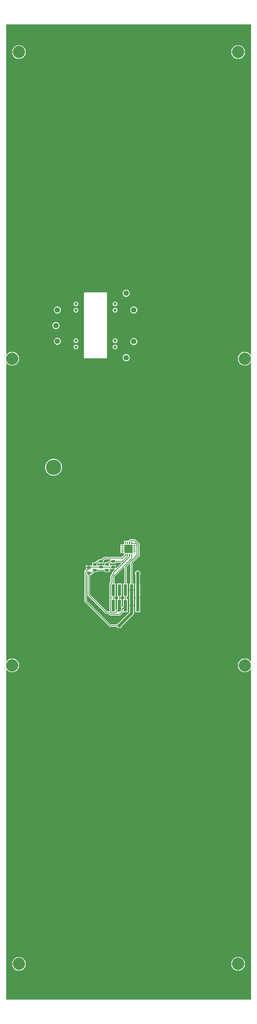
<source format=gbl>
%FSLAX44Y44*%
%MOMM*%
G71*
G01*
G75*
G04 Layer_Physical_Order=2*
G04 Layer_Color=16711680*
%ADD10R,6.0000X2.5000*%
%ADD11R,4.0000X6.9850*%
%ADD12R,2.5000X6.0000*%
%ADD13R,6.9850X4.0000*%
%ADD14C,1.0000*%
%ADD15C,0.2540*%
%ADD16C,5.0000*%
%ADD17C,1.0000*%
%ADD18C,1.8000*%
%ADD19C,4.0000*%
%ADD20C,1.2700*%
%ADD21R,1.0200X3.8000*%
%ADD22R,1.2192X0.8128*%
%ADD23R,0.3556X0.7620*%
%ADD24R,0.7620X0.3556*%
%ADD25R,2.7940X2.7940*%
%ADD26C,0.2730*%
G36*
X810000Y2113045D02*
X808804Y2112617D01*
X806015Y2116015D01*
X802583Y2118832D01*
X798667Y2120925D01*
X794419Y2122214D01*
X791270Y2122524D01*
Y2100000D01*
Y2077476D01*
X794419Y2077786D01*
X798667Y2079075D01*
X802583Y2081168D01*
X806015Y2083985D01*
X808804Y2087383D01*
X810000Y2086955D01*
Y1113045D01*
X808804Y1112617D01*
X806015Y1116015D01*
X802583Y1118832D01*
X798667Y1120925D01*
X794419Y1122214D01*
X791270Y1122524D01*
Y1100000D01*
Y1077476D01*
X794419Y1077786D01*
X798667Y1079075D01*
X802583Y1081168D01*
X806015Y1083985D01*
X808804Y1087383D01*
X810000Y1086955D01*
Y10000D01*
X10000D01*
Y1086955D01*
X11196Y1087383D01*
X13985Y1083985D01*
X17417Y1081168D01*
X21332Y1079075D01*
X25581Y1077786D01*
X28730Y1077476D01*
Y1100000D01*
Y1122524D01*
X25581Y1122214D01*
X21332Y1120925D01*
X17417Y1118832D01*
X13985Y1116015D01*
X11196Y1112617D01*
X10000Y1113045D01*
Y2086955D01*
X11196Y2087383D01*
X13985Y2083985D01*
X17417Y2081168D01*
X21332Y2079075D01*
X25581Y2077786D01*
X28730Y2077476D01*
Y2100000D01*
Y2122524D01*
X25581Y2122214D01*
X21332Y2120925D01*
X17417Y2118832D01*
X13985Y2116015D01*
X11196Y2112617D01*
X10000Y2113045D01*
Y3190000D01*
X810000D01*
Y2113045D01*
D02*
G37*
%LPC*%
G36*
X278730Y1425604D02*
X271364D01*
Y1420270D01*
X278730D01*
Y1425604D01*
D02*
G37*
G36*
X165000Y1773625D02*
X160678Y1773285D01*
X156463Y1772273D01*
X152458Y1770614D01*
X148762Y1768349D01*
X145466Y1765534D01*
X142651Y1762238D01*
X140386Y1758542D01*
X138727Y1754537D01*
X137715Y1750322D01*
X137375Y1746000D01*
X137715Y1741678D01*
X138727Y1737463D01*
X140386Y1733458D01*
X142651Y1729762D01*
X145466Y1726466D01*
X148762Y1723651D01*
X152458Y1721386D01*
X156463Y1719727D01*
X160678Y1718715D01*
X165000Y1718375D01*
X169321Y1718715D01*
X173537Y1719727D01*
X177542Y1721386D01*
X181238Y1723651D01*
X184534Y1726466D01*
X187349Y1729762D01*
X189614Y1733458D01*
X191273Y1737463D01*
X192285Y1741678D01*
X192625Y1746000D01*
X192285Y1750322D01*
X191273Y1754537D01*
X189614Y1758542D01*
X187349Y1762238D01*
X184534Y1765534D01*
X181238Y1768349D01*
X177542Y1770614D01*
X173537Y1772273D01*
X169321Y1773285D01*
X165000Y1773625D01*
D02*
G37*
G36*
X430330Y1511285D02*
X416354D01*
X414868Y1510989D01*
X413608Y1510147D01*
X410916Y1507455D01*
X410074Y1506195D01*
X410042Y1506035D01*
X395932D01*
Y1496510D01*
X393490D01*
Y1494068D01*
X383965D01*
Y1485432D01*
Y1478932D01*
Y1472432D01*
Y1465932D01*
X393490D01*
Y1463490D01*
X395932D01*
Y1461491D01*
X388326Y1453885D01*
X331000D01*
X329760Y1453638D01*
X329513Y1453589D01*
X328253Y1452747D01*
X321110Y1445604D01*
X311364D01*
Y1442885D01*
X310000D01*
X308513Y1442589D01*
X307253Y1441747D01*
X301110Y1435604D01*
X291364D01*
Y1424741D01*
X288636D01*
Y1425604D01*
X281270D01*
Y1419000D01*
X280000D01*
Y1417730D01*
X271364D01*
Y1413396D01*
X267252Y1409284D01*
X266410Y1408024D01*
X266114Y1406537D01*
Y1310001D01*
X266410Y1308514D01*
X267252Y1307254D01*
X347253Y1227253D01*
X348513Y1226411D01*
X350000Y1226115D01*
X371987D01*
X372235Y1225517D01*
X373660Y1223660D01*
X375517Y1222235D01*
X377679Y1221339D01*
X378730Y1221200D01*
Y1230000D01*
X381270D01*
Y1221200D01*
X382321Y1221339D01*
X384483Y1222235D01*
X386340Y1223660D01*
X387765Y1225517D01*
X388661Y1227679D01*
X388695Y1227940D01*
X425378Y1264622D01*
X426586Y1266198D01*
X427123Y1267494D01*
X427346Y1268032D01*
X427605Y1270000D01*
Y1273110D01*
X427640D01*
Y1293380D01*
X412360D01*
Y1273115D01*
X377940Y1238696D01*
X377679Y1238661D01*
X375517Y1237765D01*
X373660Y1236340D01*
X372235Y1234483D01*
X371987Y1233885D01*
X351609D01*
X273884Y1311610D01*
Y1394252D01*
X276115D01*
Y1330000D01*
X276411Y1328513D01*
X277253Y1327253D01*
X335364Y1269142D01*
X336624Y1268300D01*
X338111Y1268004D01*
X344211D01*
X348392Y1263823D01*
X349652Y1262981D01*
X351139Y1262685D01*
X381408D01*
X382895Y1262981D01*
X384155Y1263823D01*
X391657Y1271325D01*
X392499Y1272585D01*
X392603Y1273110D01*
X407640D01*
Y1316190D01*
X403885D01*
Y1323810D01*
X407640D01*
Y1366890D01*
X403885D01*
Y1421072D01*
X414942Y1432130D01*
X416115Y1431644D01*
Y1366890D01*
X412360D01*
Y1346620D01*
X427640D01*
Y1366890D01*
X423885D01*
Y1433754D01*
X445227Y1455096D01*
X446069Y1456356D01*
X446365Y1457843D01*
Y1495250D01*
X446069Y1496736D01*
X445227Y1497997D01*
X433077Y1510147D01*
X431816Y1510989D01*
X430330Y1511285D01*
D02*
G37*
G36*
X440000Y1408967D02*
X437679Y1408661D01*
X435517Y1407765D01*
X433660Y1406340D01*
X432235Y1404483D01*
X431339Y1402321D01*
X431033Y1400000D01*
X431339Y1397679D01*
X432235Y1395517D01*
X432395Y1395308D01*
Y1366890D01*
X432360D01*
Y1323810D01*
X432395D01*
Y1316190D01*
X432360D01*
Y1273110D01*
X447640D01*
Y1316190D01*
X447605D01*
Y1323810D01*
X447640D01*
Y1366890D01*
X447605D01*
Y1395308D01*
X447765Y1395517D01*
X448661Y1397679D01*
X448967Y1400000D01*
X448661Y1402321D01*
X447765Y1404483D01*
X446340Y1406340D01*
X444483Y1407765D01*
X442321Y1408661D01*
X440000Y1408967D01*
D02*
G37*
G36*
X427640Y1344080D02*
X412360D01*
Y1323810D01*
X412395D01*
Y1316190D01*
X412360D01*
Y1295920D01*
X427640D01*
Y1316190D01*
X427605D01*
Y1323810D01*
X427640D01*
Y1344080D01*
D02*
G37*
G36*
X337206Y2316404D02*
X267206D01*
X266215Y2316207D01*
X265375Y2315645D01*
X264813Y2314805D01*
X264616Y2313814D01*
Y2103814D01*
X264813Y2102823D01*
X265375Y2101983D01*
X266215Y2101421D01*
X267206Y2101224D01*
X337206D01*
X338197Y2101421D01*
X339037Y2101983D01*
X339599Y2102823D01*
X339796Y2103814D01*
Y2313814D01*
X339599Y2314805D01*
X339037Y2315645D01*
X338197Y2316207D01*
X337206Y2316404D01*
D02*
G37*
G36*
X31270Y2122524D02*
Y2101270D01*
X52524D01*
X52214Y2104419D01*
X50925Y2108667D01*
X48832Y2112583D01*
X46015Y2116015D01*
X42583Y2118832D01*
X38667Y2120925D01*
X34418Y2122214D01*
X31270Y2122524D01*
D02*
G37*
G36*
X402148Y2114901D02*
X399135Y2114504D01*
X396328Y2113341D01*
X393918Y2111491D01*
X392068Y2109081D01*
X390905Y2106273D01*
X390508Y2103261D01*
X390905Y2100248D01*
X392068Y2097441D01*
X393918Y2095031D01*
X396328Y2093181D01*
X399135Y2092018D01*
X402148Y2091621D01*
X405160Y2092018D01*
X407968Y2093181D01*
X410378Y2095031D01*
X412228Y2097441D01*
X413391Y2100248D01*
X413787Y2103261D01*
X413391Y2106273D01*
X412228Y2109081D01*
X410378Y2111491D01*
X407968Y2113341D01*
X405160Y2114504D01*
X402148Y2114901D01*
D02*
G37*
G36*
X52524Y2098730D02*
X31270D01*
Y2077476D01*
X34418Y2077786D01*
X38667Y2079075D01*
X42583Y2081168D01*
X46015Y2083985D01*
X48832Y2087417D01*
X50925Y2091333D01*
X52214Y2095581D01*
X52524Y2098730D01*
D02*
G37*
G36*
X788730D02*
X767476D01*
X767786Y2095581D01*
X769075Y2091333D01*
X771168Y2087417D01*
X773985Y2083985D01*
X777417Y2081168D01*
X781332Y2079075D01*
X785581Y2077786D01*
X788730Y2077476D01*
Y2098730D01*
D02*
G37*
G36*
Y1122524D02*
X785581Y1122214D01*
X781332Y1120925D01*
X777417Y1118832D01*
X773985Y1116015D01*
X771168Y1112583D01*
X769075Y1108668D01*
X767786Y1104419D01*
X767476Y1101270D01*
X788730D01*
Y1122524D01*
D02*
G37*
G36*
X790524Y125230D02*
X769270D01*
Y103976D01*
X772419Y104286D01*
X776667Y105575D01*
X780583Y107668D01*
X784015Y110485D01*
X786832Y113917D01*
X788925Y117833D01*
X790214Y122081D01*
X790524Y125230D01*
D02*
G37*
G36*
X50730Y149024D02*
X47581Y148714D01*
X43333Y147425D01*
X39417Y145332D01*
X35985Y142515D01*
X33168Y139083D01*
X31075Y135167D01*
X29786Y130919D01*
X29476Y127770D01*
X50730D01*
Y149024D01*
D02*
G37*
G36*
X766730Y125230D02*
X745476D01*
X745786Y122081D01*
X747075Y117833D01*
X749168Y113917D01*
X751985Y110485D01*
X755417Y107668D01*
X759333Y105575D01*
X763581Y104286D01*
X766730Y103976D01*
Y125230D01*
D02*
G37*
G36*
X50730D02*
X29476D01*
X29786Y122081D01*
X31075Y117833D01*
X33168Y113917D01*
X35985Y110485D01*
X39417Y107668D01*
X43333Y105575D01*
X47581Y104286D01*
X50730Y103976D01*
Y125230D01*
D02*
G37*
G36*
X74524D02*
X53270D01*
Y103976D01*
X56419Y104286D01*
X60667Y105575D01*
X64583Y107668D01*
X68015Y110485D01*
X70832Y113917D01*
X72925Y117833D01*
X74214Y122081D01*
X74524Y125230D01*
D02*
G37*
G36*
X53270Y149024D02*
Y127770D01*
X74524D01*
X74214Y130919D01*
X72925Y135167D01*
X70832Y139083D01*
X68015Y142515D01*
X64583Y145332D01*
X60667Y147425D01*
X56419Y148714D01*
X53270Y149024D01*
D02*
G37*
G36*
X788730Y1098730D02*
X767476D01*
X767786Y1095582D01*
X769075Y1091333D01*
X771168Y1087417D01*
X773985Y1083985D01*
X777417Y1081168D01*
X781332Y1079075D01*
X785581Y1077786D01*
X788730Y1077476D01*
Y1098730D01*
D02*
G37*
G36*
X31270Y1122524D02*
Y1101270D01*
X52524D01*
X52214Y1104419D01*
X50925Y1108668D01*
X48832Y1112583D01*
X46015Y1116015D01*
X42583Y1118832D01*
X38667Y1120925D01*
X34418Y1122214D01*
X31270Y1122524D01*
D02*
G37*
G36*
X52524Y1098730D02*
X31270D01*
Y1077476D01*
X34418Y1077786D01*
X38667Y1079075D01*
X42583Y1081168D01*
X46015Y1083985D01*
X48832Y1087417D01*
X50925Y1091333D01*
X52214Y1095582D01*
X52524Y1098730D01*
D02*
G37*
G36*
X766730Y149024D02*
X763581Y148714D01*
X759333Y147425D01*
X755417Y145332D01*
X751985Y142515D01*
X749168Y139083D01*
X747075Y135167D01*
X745786Y130919D01*
X745476Y127770D01*
X766730D01*
Y149024D01*
D02*
G37*
G36*
X769270D02*
Y127770D01*
X790524D01*
X790214Y130919D01*
X788925Y135167D01*
X786832Y139083D01*
X784015Y142515D01*
X780583Y145332D01*
X776667Y147425D01*
X772419Y148714D01*
X769270Y149024D01*
D02*
G37*
G36*
X788730Y2122524D02*
X785581Y2122214D01*
X781332Y2120925D01*
X777417Y2118832D01*
X773985Y2116015D01*
X771168Y2112583D01*
X769075Y2108667D01*
X767786Y2104419D01*
X767476Y2101270D01*
X788730D01*
Y2122524D01*
D02*
G37*
G36*
X366052Y2265738D02*
X364084Y2265479D01*
X362249Y2264719D01*
X360674Y2263510D01*
X359466Y2261935D01*
X358706Y2260101D01*
X358447Y2258133D01*
X358706Y2256165D01*
X359466Y2254330D01*
X360674Y2252755D01*
X362249Y2251547D01*
X364084Y2250787D01*
X366052Y2250528D01*
X368020Y2250787D01*
X369855Y2251547D01*
X371430Y2252755D01*
X372638Y2254330D01*
X373398Y2256165D01*
X373657Y2258133D01*
X373398Y2260101D01*
X372638Y2261935D01*
X371430Y2263510D01*
X369855Y2264719D01*
X368020Y2265479D01*
X366052Y2265738D01*
D02*
G37*
G36*
X238052Y2286390D02*
X236084Y2286131D01*
X234249Y2285371D01*
X232674Y2284162D01*
X231466Y2282587D01*
X230706Y2280753D01*
X230447Y2278785D01*
X230706Y2276817D01*
X231466Y2274982D01*
X232674Y2273407D01*
X234249Y2272199D01*
X236084Y2271439D01*
X238052Y2271180D01*
X240020Y2271439D01*
X241854Y2272199D01*
X243430Y2273407D01*
X244638Y2274982D01*
X245398Y2276817D01*
X245657Y2278785D01*
X245398Y2280753D01*
X244638Y2282587D01*
X243430Y2284162D01*
X241854Y2285371D01*
X240020Y2286131D01*
X238052Y2286390D01*
D02*
G37*
G36*
Y2265634D02*
X236084Y2265375D01*
X234249Y2264615D01*
X232674Y2263407D01*
X231466Y2261832D01*
X230706Y2259997D01*
X230447Y2258029D01*
X230706Y2256061D01*
X231466Y2254227D01*
X232674Y2252652D01*
X234249Y2251443D01*
X236084Y2250683D01*
X238052Y2250424D01*
X240020Y2250683D01*
X241854Y2251443D01*
X243430Y2252652D01*
X244638Y2254227D01*
X245398Y2256061D01*
X245657Y2258029D01*
X245398Y2259997D01*
X244638Y2261832D01*
X243430Y2263407D01*
X241854Y2264615D01*
X240020Y2265375D01*
X238052Y2265634D01*
D02*
G37*
G36*
X427205Y2270641D02*
X424192Y2270244D01*
X421385Y2269081D01*
X418974Y2267231D01*
X417125Y2264821D01*
X415962Y2262014D01*
X415565Y2259001D01*
X415962Y2255988D01*
X417125Y2253181D01*
X418974Y2250771D01*
X421385Y2248921D01*
X424192Y2247758D01*
X427205Y2247361D01*
X430218Y2247758D01*
X433025Y2248921D01*
X435435Y2250771D01*
X437285Y2253181D01*
X438448Y2255988D01*
X438844Y2259001D01*
X438448Y2262014D01*
X437285Y2264821D01*
X435435Y2267231D01*
X433025Y2269081D01*
X430218Y2270244D01*
X427205Y2270641D01*
D02*
G37*
G36*
X50730Y3122524D02*
X47581Y3122214D01*
X43333Y3120925D01*
X39417Y3118832D01*
X35985Y3116016D01*
X33168Y3112583D01*
X31075Y3108668D01*
X29786Y3104419D01*
X29476Y3101270D01*
X50730D01*
Y3122524D01*
D02*
G37*
G36*
X366052Y2286494D02*
X364084Y2286235D01*
X362249Y2285475D01*
X360674Y2284267D01*
X359466Y2282691D01*
X358706Y2280857D01*
X358447Y2278889D01*
X358706Y2276921D01*
X359466Y2275086D01*
X360674Y2273511D01*
X362249Y2272303D01*
X364084Y2271543D01*
X366052Y2271284D01*
X368020Y2271543D01*
X369855Y2272303D01*
X371430Y2273511D01*
X372638Y2275086D01*
X373398Y2276921D01*
X373657Y2278889D01*
X373398Y2280857D01*
X372638Y2282691D01*
X371430Y2284267D01*
X369855Y2285475D01*
X368020Y2286235D01*
X366052Y2286494D01*
D02*
G37*
G36*
X766730Y3098730D02*
X745476D01*
X745786Y3095582D01*
X747075Y3091333D01*
X749168Y3087417D01*
X751985Y3083985D01*
X755417Y3081168D01*
X759333Y3079075D01*
X763581Y3077786D01*
X766730Y3077476D01*
Y3098730D01*
D02*
G37*
G36*
X790524D02*
X769270D01*
Y3077476D01*
X772419Y3077786D01*
X776667Y3079075D01*
X780583Y3081168D01*
X784015Y3083985D01*
X786832Y3087417D01*
X788925Y3091333D01*
X790214Y3095582D01*
X790524Y3098730D01*
D02*
G37*
G36*
X74524D02*
X53270D01*
Y3077476D01*
X56419Y3077786D01*
X60667Y3079075D01*
X64583Y3081168D01*
X68015Y3083985D01*
X70832Y3087417D01*
X72925Y3091333D01*
X74214Y3095582D01*
X74524Y3098730D01*
D02*
G37*
G36*
X402148Y2325123D02*
X399135Y2324727D01*
X396328Y2323564D01*
X393918Y2321714D01*
X392068Y2319304D01*
X390905Y2316496D01*
X390508Y2313484D01*
X390905Y2310471D01*
X392068Y2307664D01*
X393918Y2305253D01*
X396328Y2303404D01*
X399135Y2302241D01*
X402148Y2301844D01*
X405160Y2302241D01*
X407968Y2303404D01*
X410378Y2305253D01*
X412228Y2307664D01*
X413391Y2310471D01*
X413787Y2313484D01*
X413391Y2316496D01*
X412228Y2319304D01*
X410378Y2321714D01*
X407968Y2323564D01*
X405160Y2324727D01*
X402148Y2325123D01*
D02*
G37*
G36*
X50730Y3098730D02*
X29476D01*
X29786Y3095582D01*
X31075Y3091333D01*
X33168Y3087417D01*
X35985Y3083985D01*
X39417Y3081168D01*
X43333Y3079075D01*
X47581Y3077786D01*
X50730Y3077476D01*
Y3098730D01*
D02*
G37*
G36*
X177475Y2168546D02*
X174462Y2168150D01*
X171655Y2166987D01*
X169245Y2165137D01*
X167395Y2162727D01*
X166232Y2159919D01*
X165835Y2156907D01*
X166232Y2153894D01*
X167395Y2151087D01*
X169245Y2148677D01*
X171655Y2146827D01*
X174462Y2145664D01*
X177475Y2145267D01*
X180487Y2145664D01*
X183295Y2146827D01*
X185705Y2148677D01*
X187555Y2151087D01*
X188718Y2153894D01*
X189115Y2156907D01*
X188718Y2159919D01*
X187555Y2162727D01*
X185705Y2165137D01*
X183295Y2166987D01*
X180487Y2168150D01*
X177475Y2168546D01*
D02*
G37*
G36*
X238052Y2166494D02*
X236084Y2166235D01*
X234249Y2165475D01*
X232674Y2164267D01*
X231466Y2162691D01*
X230706Y2160857D01*
X230447Y2158889D01*
X230706Y2156921D01*
X231466Y2155086D01*
X232674Y2153511D01*
X234249Y2152303D01*
X236084Y2151543D01*
X238052Y2151284D01*
X240020Y2151543D01*
X241854Y2152303D01*
X243430Y2153511D01*
X244638Y2155086D01*
X245398Y2156921D01*
X245657Y2158889D01*
X245398Y2160857D01*
X244638Y2162691D01*
X243430Y2164267D01*
X241854Y2165475D01*
X240020Y2166235D01*
X238052Y2166494D01*
D02*
G37*
G36*
X427205Y2167637D02*
X424192Y2167241D01*
X421385Y2166078D01*
X418974Y2164228D01*
X417125Y2161818D01*
X415962Y2159010D01*
X415565Y2155998D01*
X415962Y2152985D01*
X417125Y2150178D01*
X418974Y2147767D01*
X421385Y2145918D01*
X424192Y2144755D01*
X427205Y2144358D01*
X430218Y2144755D01*
X433025Y2145918D01*
X435435Y2147767D01*
X437285Y2150178D01*
X438448Y2152985D01*
X438844Y2155998D01*
X438448Y2159010D01*
X437285Y2161818D01*
X435435Y2164228D01*
X433025Y2166078D01*
X430218Y2167241D01*
X427205Y2167637D01*
D02*
G37*
G36*
X238052Y2145738D02*
X236084Y2145479D01*
X234249Y2144719D01*
X232674Y2143510D01*
X231466Y2141935D01*
X230706Y2140101D01*
X230447Y2138133D01*
X230706Y2136165D01*
X231466Y2134330D01*
X232674Y2132755D01*
X234249Y2131547D01*
X236084Y2130787D01*
X238052Y2130528D01*
X240020Y2130787D01*
X241854Y2131547D01*
X243430Y2132755D01*
X244638Y2134330D01*
X245398Y2136165D01*
X245657Y2138133D01*
X245398Y2140101D01*
X244638Y2141935D01*
X243430Y2143510D01*
X241854Y2144719D01*
X240020Y2145479D01*
X238052Y2145738D01*
D02*
G37*
G36*
X366052D02*
X364084Y2145479D01*
X362249Y2144719D01*
X360674Y2143510D01*
X359466Y2141935D01*
X358706Y2140101D01*
X358447Y2138133D01*
X358706Y2136165D01*
X359466Y2134330D01*
X360674Y2132755D01*
X362249Y2131547D01*
X364084Y2130787D01*
X366052Y2130528D01*
X368020Y2130787D01*
X369855Y2131547D01*
X371430Y2132755D01*
X372638Y2134330D01*
X373398Y2136165D01*
X373657Y2138133D01*
X373398Y2140101D01*
X372638Y2141935D01*
X371430Y2143510D01*
X369855Y2144719D01*
X368020Y2145479D01*
X366052Y2145738D01*
D02*
G37*
G36*
Y2166494D02*
X364084Y2166235D01*
X362249Y2165475D01*
X360674Y2164267D01*
X359466Y2162691D01*
X358706Y2160857D01*
X358447Y2158889D01*
X358706Y2156921D01*
X359466Y2155086D01*
X360674Y2153511D01*
X362249Y2152303D01*
X364084Y2151543D01*
X366052Y2151284D01*
X368020Y2151543D01*
X369855Y2152303D01*
X371430Y2153511D01*
X372638Y2155086D01*
X373398Y2156921D01*
X373657Y2158889D01*
X373398Y2160857D01*
X372638Y2162691D01*
X371430Y2164267D01*
X369855Y2165475D01*
X368020Y2166235D01*
X366052Y2166494D01*
D02*
G37*
G36*
X172771Y2219768D02*
X169758Y2219371D01*
X166951Y2218208D01*
X164541Y2216358D01*
X162691Y2213948D01*
X161528Y2211140D01*
X161131Y2208128D01*
X161528Y2205116D01*
X162691Y2202308D01*
X164541Y2199898D01*
X166951Y2198048D01*
X169758Y2196885D01*
X172771Y2196488D01*
X175784Y2196885D01*
X178591Y2198048D01*
X181001Y2199898D01*
X182851Y2202308D01*
X184014Y2205116D01*
X184411Y2208128D01*
X184014Y2211140D01*
X182851Y2213948D01*
X181001Y2216358D01*
X178591Y2218208D01*
X175784Y2219371D01*
X172771Y2219768D01*
D02*
G37*
G36*
X177475Y2270546D02*
X174462Y2270150D01*
X171655Y2268987D01*
X169245Y2267137D01*
X167395Y2264727D01*
X166232Y2261919D01*
X165835Y2258907D01*
X166232Y2255894D01*
X167395Y2253087D01*
X169245Y2250676D01*
X171655Y2248827D01*
X174462Y2247664D01*
X177475Y2247267D01*
X180487Y2247664D01*
X183295Y2248827D01*
X185705Y2250676D01*
X187555Y2253087D01*
X188718Y2255894D01*
X189115Y2258907D01*
X188718Y2261919D01*
X187555Y2264727D01*
X185705Y2267137D01*
X183295Y2268987D01*
X180487Y2270150D01*
X177475Y2270546D01*
D02*
G37*
G36*
X53270Y3122524D02*
Y3101270D01*
X74524D01*
X74214Y3104419D01*
X72925Y3108668D01*
X70832Y3112583D01*
X68015Y3116016D01*
X64583Y3118832D01*
X60667Y3120925D01*
X56419Y3122214D01*
X53270Y3122524D01*
D02*
G37*
G36*
X769270D02*
Y3101270D01*
X790524D01*
X790214Y3104419D01*
X788925Y3108668D01*
X786832Y3112583D01*
X784015Y3116016D01*
X780583Y3118832D01*
X776667Y3120925D01*
X772419Y3122214D01*
X769270Y3122524D01*
D02*
G37*
G36*
X766730D02*
X763581Y3122214D01*
X759333Y3120925D01*
X755417Y3118832D01*
X751985Y3116016D01*
X749168Y3112583D01*
X747075Y3108668D01*
X745786Y3104419D01*
X745476Y3101270D01*
X766730D01*
Y3122524D01*
D02*
G37*
%LPD*%
G36*
X351364Y1445604D02*
X351364D01*
Y1442885D01*
X350000D01*
X348513Y1442589D01*
X347253Y1441747D01*
X341110Y1435604D01*
X331364D01*
Y1424741D01*
X328636D01*
Y1427460D01*
X321270D01*
Y1420856D01*
X318730D01*
Y1427460D01*
X311364D01*
Y1424741D01*
X308636D01*
Y1432142D01*
X310191Y1433697D01*
X311364Y1433211D01*
Y1432396D01*
X328636D01*
Y1442142D01*
X332609Y1446115D01*
X351364D01*
Y1445604D01*
D02*
G37*
G36*
X386678Y1433942D02*
X369809Y1417073D01*
X368636Y1417559D01*
Y1419586D01*
X361270D01*
Y1414252D01*
X365329D01*
X365815Y1413079D01*
X357597Y1404861D01*
X357185Y1404586D01*
X356322Y1403294D01*
X356018Y1401770D01*
Y1398968D01*
X352010Y1394959D01*
X351147Y1393667D01*
X351096Y1393414D01*
X350844Y1392144D01*
Y1371447D01*
X348180Y1368783D01*
X347317Y1367491D01*
X347266Y1367238D01*
X347014Y1365968D01*
Y1324733D01*
X347266Y1323462D01*
X347317Y1323209D01*
X348180Y1321917D01*
X350097Y1320000D01*
X348180Y1318083D01*
X347317Y1316791D01*
X347266Y1316538D01*
X347014Y1315267D01*
Y1276537D01*
X346032Y1275732D01*
X345820Y1275774D01*
X339720D01*
X283885Y1331609D01*
Y1394252D01*
X288636D01*
Y1396971D01*
X290000D01*
X291487Y1397267D01*
X292747Y1398109D01*
X298890Y1404252D01*
X308636D01*
Y1406971D01*
X331364D01*
Y1404252D01*
X348636D01*
Y1416971D01*
X351364D01*
Y1414252D01*
X358730D01*
Y1420856D01*
Y1427460D01*
X351364D01*
Y1424741D01*
X348636D01*
Y1432142D01*
X350191Y1433697D01*
X351364Y1433211D01*
Y1432396D01*
X368636D01*
Y1435115D01*
X386192D01*
X386678Y1433942D01*
D02*
G37*
G36*
X396115Y1418962D02*
Y1366890D01*
X392360D01*
Y1323810D01*
X396115D01*
Y1316190D01*
X392360D01*
Y1292504D01*
X388813Y1288957D01*
X387640Y1289443D01*
Y1316190D01*
X383885D01*
Y1323810D01*
X387640D01*
Y1366890D01*
X372360D01*
Y1323810D01*
X376115D01*
Y1316190D01*
X372360D01*
Y1283018D01*
X368813Y1279472D01*
X367640Y1279958D01*
Y1316190D01*
X363885D01*
Y1323810D01*
X367640D01*
Y1366890D01*
X363885D01*
Y1388391D01*
X394942Y1419448D01*
X396115Y1418962D01*
D02*
G37*
%LPC*%
G36*
X368636Y1427460D02*
X361270D01*
Y1422126D01*
X368636D01*
Y1427460D01*
D02*
G37*
%LPD*%
D14*
X440000Y1400000D02*
X440000Y1400000D01*
X440000Y1345350D02*
Y1400000D01*
X420000Y1270000D02*
Y1294650D01*
X380000Y1230000D02*
X420000Y1270000D01*
Y1294650D02*
Y1345350D01*
X440000Y1294650D02*
Y1345350D01*
D15*
X360000Y1401770D02*
X412433Y1454203D01*
X338111Y1271889D02*
X345820D01*
X280000Y1330000D02*
X338111Y1271889D01*
X280000Y1330000D02*
Y1400856D01*
X350000Y1230000D02*
X380000D01*
X269999Y1310001D02*
X350000Y1230000D01*
X269999Y1310001D02*
Y1406537D01*
X280000Y1416539D01*
X388910Y1283560D02*
X400000Y1294650D01*
X381408Y1266570D02*
X388910Y1274072D01*
X351139Y1266570D02*
X381408D01*
X388910Y1274072D02*
Y1283560D01*
X345820Y1271889D02*
X351139Y1266570D01*
X280000Y1400856D02*
X290000D01*
X300000Y1410856D01*
X340000D01*
X350000Y1439000D02*
X360000D01*
X340000Y1429000D02*
X350000Y1439000D01*
X310000D02*
X320000D01*
X300000Y1429000D02*
X310000Y1439000D01*
X418838Y1500597D02*
X419750Y1499685D01*
X405838Y1454927D02*
Y1459403D01*
X360000Y1439000D02*
X389911D01*
X405838Y1454927D01*
Y1459403D02*
X406750Y1460315D01*
X320000Y1420856D02*
X360000D01*
X320000Y1439000D02*
X331000Y1450000D01*
X389935D01*
X400250Y1460315D01*
X380000Y1294650D02*
Y1345350D01*
X360000Y1294650D02*
Y1345350D01*
X400000Y1294650D02*
Y1345350D01*
X360000D02*
Y1390000D01*
X419750Y1449750D01*
X400000Y1345350D02*
Y1422681D01*
X431638Y1498773D02*
X437305Y1493106D01*
X420662Y1498773D02*
X431638D01*
X400000Y1422681D02*
X437305Y1459987D01*
Y1493106D01*
X419750Y1499685D02*
X420662Y1498773D01*
X420000Y1345350D02*
Y1435363D01*
X442480Y1457843D01*
Y1495250D01*
X430330Y1507400D02*
X442480Y1495250D01*
X416354Y1507400D02*
X430330D01*
X413663Y1504709D02*
X416354Y1507400D01*
X413663Y1500098D02*
Y1504709D01*
X281856Y1420856D02*
X320000D01*
D16*
X165000Y1746000D02*
D03*
D17*
X238052Y2138133D02*
D03*
Y2258029D02*
D03*
X366052Y2138133D02*
D03*
Y2258133D02*
D03*
Y2278889D02*
D03*
Y2158889D02*
D03*
X238052Y2278785D02*
D03*
Y2158889D02*
D03*
D18*
X172771Y2208128D02*
D03*
X177475Y2258907D02*
D03*
X402148Y2313484D02*
D03*
X427205Y2259001D02*
D03*
Y2155998D02*
D03*
X402148Y2103261D02*
D03*
X177475Y2156907D02*
D03*
D19*
X30000Y1100000D02*
D03*
X52000Y126500D02*
D03*
X768000D02*
D03*
X790000Y1100000D02*
D03*
Y2100000D02*
D03*
X768000Y3100000D02*
D03*
X52000D02*
D03*
X30000Y2100000D02*
D03*
D20*
X440000Y1400000D02*
D03*
X380000Y1230000D02*
D03*
D21*
X360000Y1345350D02*
D03*
Y1294650D02*
D03*
X380000Y1345350D02*
D03*
Y1294650D02*
D03*
X400000Y1345350D02*
D03*
Y1294650D02*
D03*
X420000Y1345350D02*
D03*
Y1294650D02*
D03*
X440000Y1345350D02*
D03*
Y1294650D02*
D03*
D22*
X300000Y1429000D02*
D03*
Y1410856D02*
D03*
X320000Y1439000D02*
D03*
Y1420856D02*
D03*
X340000Y1429000D02*
D03*
Y1410856D02*
D03*
X360000Y1439000D02*
D03*
Y1420856D02*
D03*
X280000Y1419000D02*
D03*
Y1400856D02*
D03*
D23*
X419750Y1460315D02*
D03*
X413250D02*
D03*
X406750D02*
D03*
X400250D02*
D03*
Y1499685D02*
D03*
X406750D02*
D03*
X413250D02*
D03*
X419750D02*
D03*
D24*
X390315Y1470250D02*
D03*
Y1476750D02*
D03*
Y1483250D02*
D03*
Y1489750D02*
D03*
X429685D02*
D03*
Y1483250D02*
D03*
Y1476750D02*
D03*
Y1470250D02*
D03*
D25*
X410000Y1480000D02*
D03*
D26*
X350995Y1365968D02*
X354825Y1369798D01*
X350995Y1324733D02*
X354825Y1320903D01*
X350995Y1315267D02*
X354825Y1319097D01*
Y1320903D01*
Y1369798D02*
Y1392144D01*
X360000Y1397319D02*
Y1401770D01*
X354825Y1392144D02*
X360000Y1397319D01*
X350995Y1324733D02*
Y1365968D01*
Y1274033D02*
Y1315267D01*
Y1274033D02*
X353283Y1271745D01*
X280000Y1416539D02*
Y1419000D01*
X380000Y1285027D02*
Y1294650D01*
X366717Y1271745D02*
X380000Y1285027D01*
X353283Y1271745D02*
X366717D01*
X412433Y1454203D02*
Y1459498D01*
X413250Y1460315D01*
X419750Y1449750D02*
Y1460315D01*
X280000Y1419000D02*
X281856Y1420856D01*
M02*

</source>
